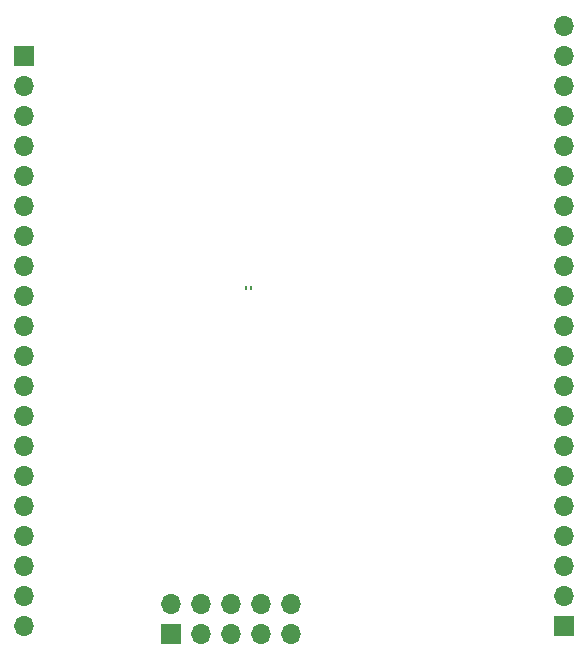
<source format=gbr>
%TF.GenerationSoftware,KiCad,Pcbnew,7.0.8*%
%TF.CreationDate,2024-01-04T13:39:42+01:00*%
%TF.ProjectId,OSSI_CM2,4f535349-5f43-44d3-922e-6b696361645f,rev?*%
%TF.SameCoordinates,Original*%
%TF.FileFunction,Soldermask,Bot*%
%TF.FilePolarity,Negative*%
%FSLAX46Y46*%
G04 Gerber Fmt 4.6, Leading zero omitted, Abs format (unit mm)*
G04 Created by KiCad (PCBNEW 7.0.8) date 2024-01-04 13:39:42*
%MOMM*%
%LPD*%
G01*
G04 APERTURE LIST*
%ADD10R,1.700000X1.700000*%
%ADD11O,1.700000X1.700000*%
%ADD12R,0.150000X0.300000*%
G04 APERTURE END LIST*
D10*
%TO.C,X101*%
X131850000Y-126454000D03*
D11*
X131850000Y-123914000D03*
X134390000Y-126454000D03*
X134390000Y-123914000D03*
X136930000Y-126454000D03*
X136930000Y-123914000D03*
X139470000Y-126454000D03*
X139470000Y-123914000D03*
X142010000Y-126454000D03*
X142010000Y-123914000D03*
%TD*%
D10*
%TO.C,X201*%
X119380000Y-77470000D03*
D11*
X119380000Y-80010000D03*
X119380000Y-82550000D03*
X119380000Y-85090000D03*
X119380000Y-87630000D03*
X119380000Y-90170000D03*
X119380000Y-92710000D03*
X119380000Y-95250000D03*
X119380000Y-97790000D03*
X119380000Y-100330000D03*
X119380000Y-102870000D03*
X119380000Y-105410000D03*
X119380000Y-107950000D03*
X119380000Y-110490000D03*
X119380000Y-113030000D03*
X119380000Y-115570000D03*
X119380000Y-118110000D03*
X119380000Y-120650000D03*
X119380000Y-123190000D03*
X119380000Y-125730000D03*
%TD*%
D12*
%TO.C,STAR101*%
X138187500Y-97125000D03*
X138610000Y-97125000D03*
%TD*%
D10*
%TO.C,X202*%
X165100000Y-125730000D03*
D11*
X165100000Y-123190000D03*
X165100000Y-120650000D03*
X165100000Y-118110000D03*
X165100000Y-115570000D03*
X165100000Y-113030000D03*
X165100000Y-110490000D03*
X165100000Y-107950000D03*
X165100000Y-105410000D03*
X165100000Y-102870000D03*
X165100000Y-100330000D03*
X165100000Y-97790000D03*
X165100000Y-95250000D03*
X165100000Y-92710000D03*
X165100000Y-90170000D03*
X165100000Y-87630000D03*
X165100000Y-85090000D03*
X165100000Y-82550000D03*
X165100000Y-80010000D03*
X165100000Y-77470000D03*
X165100000Y-74930000D03*
%TD*%
M02*

</source>
